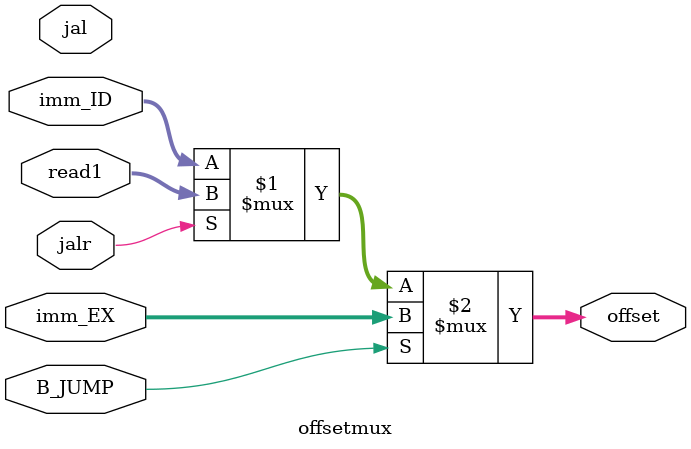
<source format=v>
`timescale 1ns / 1ps


module offsetmux(
    input jalr,
    input jal,
    input B_JUMP,
    input [31:0]imm_ID,
    input [31:0]imm_EX,
    input [31:0]read1,

    output [31:0]offset
    );

    assign offset = B_JUMP ? imm_EX : (jalr ? read1 : imm_ID);
endmodule

</source>
